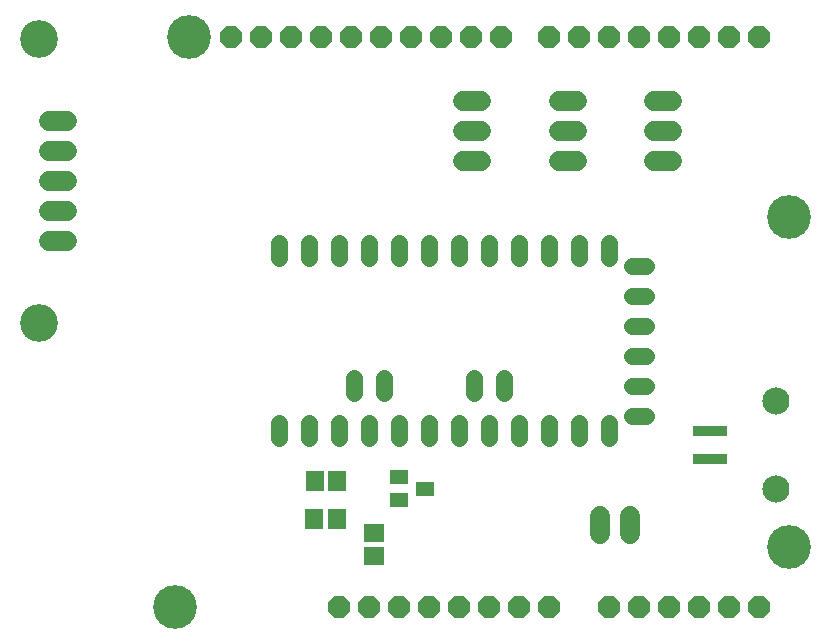
<source format=gbr>
G04 EAGLE Gerber RS-274X export*
G75*
%MOMM*%
%FSLAX34Y34*%
%LPD*%
%INSoldermask Top*%
%IPPOS*%
%AMOC8*
5,1,8,0,0,1.08239X$1,22.5*%
G01*
%ADD10C,3.703200*%
%ADD11C,3.203200*%
%ADD12C,1.727200*%
%ADD13C,1.403200*%
%ADD14P,2.034460X8X22.500000*%
%ADD15R,2.903200X0.903200*%
%ADD16C,2.303200*%
%ADD17R,1.603200X1.203200*%
%ADD18R,1.703200X1.503200*%
%ADD19R,1.503200X1.703200*%


D10*
X162000Y508000D03*
X150000Y25400D03*
X670000Y76200D03*
X670000Y355600D03*
D11*
X35000Y506000D03*
X35000Y265500D03*
D12*
X510300Y102220D02*
X510300Y86980D01*
X535700Y86980D02*
X535700Y102220D01*
D13*
X518200Y321000D02*
X518200Y333000D01*
X492800Y333000D02*
X492800Y321000D01*
X467400Y321000D02*
X467400Y333000D01*
X442000Y333000D02*
X442000Y321000D01*
X416600Y321000D02*
X416600Y333000D01*
X391200Y333000D02*
X391200Y321000D01*
X365800Y321000D02*
X365800Y333000D01*
X340400Y333000D02*
X340400Y321000D01*
X315000Y321000D02*
X315000Y333000D01*
X289600Y333000D02*
X289600Y321000D01*
X264200Y321000D02*
X264200Y333000D01*
X238800Y333000D02*
X238800Y321000D01*
X518200Y180600D02*
X518200Y168600D01*
X492800Y168600D02*
X492800Y180600D01*
X467400Y180600D02*
X467400Y168600D01*
X442000Y168600D02*
X442000Y180600D01*
X416600Y180600D02*
X416600Y168600D01*
X391200Y168600D02*
X391200Y180600D01*
X365800Y180600D02*
X365800Y168600D01*
X340400Y168600D02*
X340400Y180600D01*
X315000Y180600D02*
X315000Y168600D01*
X289600Y168600D02*
X289600Y180600D01*
X264200Y180600D02*
X264200Y168600D01*
X238800Y168600D02*
X238800Y180600D01*
X537600Y314300D02*
X549600Y314300D01*
X549600Y288900D02*
X537600Y288900D01*
X537600Y263500D02*
X549600Y263500D01*
X549600Y238100D02*
X537600Y238100D01*
X537600Y212700D02*
X549600Y212700D01*
X549600Y187300D02*
X537600Y187300D01*
X302300Y206700D02*
X302300Y218700D01*
X327700Y218700D02*
X327700Y206700D01*
X403900Y206700D02*
X403900Y218700D01*
X429300Y218700D02*
X429300Y206700D01*
D14*
X543400Y508000D03*
X518000Y25400D03*
X568800Y508000D03*
X594200Y508000D03*
X619600Y508000D03*
X645000Y508000D03*
X518000Y508000D03*
X492600Y508000D03*
X467200Y508000D03*
X426560Y508000D03*
X401160Y508000D03*
X375760Y508000D03*
X350360Y508000D03*
X324960Y508000D03*
X299560Y508000D03*
X274160Y508000D03*
X248760Y508000D03*
X543400Y25400D03*
X568800Y25400D03*
X594200Y25400D03*
X619600Y25400D03*
X645000Y25400D03*
X467200Y25400D03*
X441800Y25400D03*
X416400Y25400D03*
X391000Y25400D03*
X365600Y25400D03*
X340200Y25400D03*
X223360Y508000D03*
X197960Y508000D03*
X314800Y25400D03*
X289400Y25400D03*
D12*
X59020Y334800D02*
X43780Y334800D01*
X43780Y360200D02*
X59020Y360200D01*
X59020Y385600D02*
X43780Y385600D01*
X43780Y411000D02*
X59020Y411000D01*
X59020Y436400D02*
X43780Y436400D01*
D15*
X603000Y174400D03*
X603000Y150400D03*
D16*
X659500Y199400D03*
X659500Y125400D03*
D12*
X409639Y453917D02*
X394399Y453917D01*
X394399Y428517D02*
X409639Y428517D01*
X409639Y403117D02*
X394399Y403117D01*
X475132Y453917D02*
X490372Y453917D01*
X490372Y428517D02*
X475132Y428517D01*
X475132Y403117D02*
X490372Y403117D01*
X555866Y453917D02*
X571106Y453917D01*
X571106Y428517D02*
X555866Y428517D01*
X555866Y403117D02*
X571106Y403117D01*
D17*
X361672Y125476D03*
X339672Y115976D03*
X339672Y134976D03*
D18*
X318973Y87757D03*
X318973Y68757D03*
D19*
X268859Y132080D03*
X287859Y132080D03*
X287198Y100051D03*
X268198Y100051D03*
M02*

</source>
